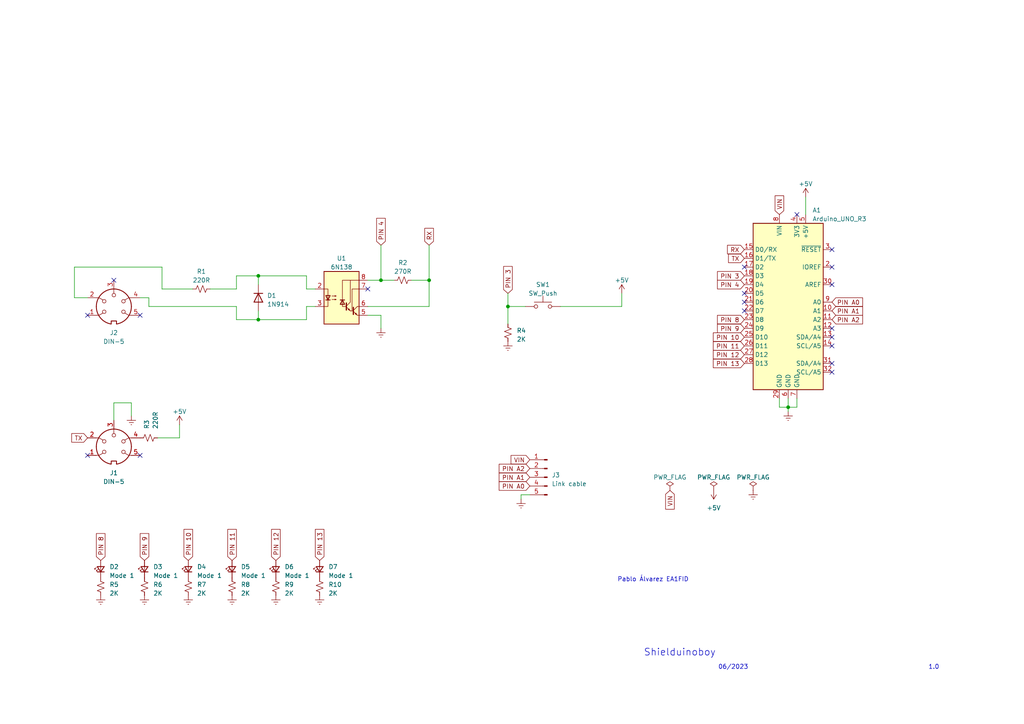
<source format=kicad_sch>
(kicad_sch (version 20230121) (generator eeschema)
  (paper "A4")
  (lib_symbols
    (symbol "2Connector:DIN-5" (pin_names (offset 1.016))
      (property "Reference" "J" (at 3.175 5.715 0))
      (property "Value" "DIN-5" (at 0 -6.35 0))
      (symbol "DIN-5_0_1"
        (arc (start -5.08 0) (mid -3.8609 -3.3364) (end -0.762 -5.08) (stroke (width 0.254)))
        (circle (center -2.794 -1.524) (radius 0.508))
        (circle (center -2.794 1.524) (radius 0.508))
        (polyline (pts (xy 0 5.08) (xy 0 3.81)))
        (polyline (pts (xy -5.08 -2.54) (xy -4.318 -2.54) (xy -3.175 -1.905)))
        (polyline (pts (xy -5.08 2.54) (xy -4.318 2.54) (xy -3.175 1.905)))
        (polyline (pts (xy 5.08 -2.54) (xy 4.318 -2.54) (xy 3.175 -1.905)))
        (polyline (pts (xy 5.08 2.54) (xy 4.318 2.54) (xy 3.175 1.905)))
        (polyline (pts (xy -0.762 -4.953) (xy -0.762 -4.191) (xy 0.762 -4.191) (xy 0.762 -4.953)) (stroke (width 0.254)))
        (circle (center 0 3.302) (radius 0.508))
        (arc (start 0.762 -5.08) (mid 3.8685 -3.343) (end 5.08 0) (stroke (width 0.254)))
        (circle (center 2.794 -1.524) (radius 0.508))
        (circle (center 2.794 1.524) (radius 0.508))
        (arc (start 5.08 0) (mid 0 5.0579) (end -5.08 0) (stroke (width 0.254)))
      )
      (symbol "DIN-5_1_1"
        (pin passive line (at -7.62 -2.54 0) (length 2.54) (name "~") (number "1"))
        (pin passive line (at -7.62 2.54 0) (length 2.54) (name "~") (number "2"))
        (pin passive line (at 0 7.62 270) (length 2.54) (name "~") (number "3"))
        (pin passive line (at 7.62 2.54 180) (length 2.54) (name "~") (number "4"))
        (pin passive line (at 7.62 -2.54 180) (length 2.54) (name "~") (number "5"))
      )
    )
    (symbol "Connector:Conn_01x05_Pin" (pin_names (offset 1.016) hide)
      (property "Reference" "J" (at 0 7.62 0))
      (property "Value" "Conn_01x05_Pin" (at 0 -7.62 0))
      (symbol "Conn_01x05_Pin_1_1"
        (polyline (pts (xy 1.27 -5.08) (xy 0.8636 -5.08)) (stroke (width 0.1524)))
        (polyline (pts (xy 1.27 -2.54) (xy 0.8636 -2.54)) (stroke (width 0.1524)))
        (polyline (pts (xy 1.27 0) (xy 0.8636 0)) (stroke (width 0.1524)))
        (polyline (pts (xy 1.27 2.54) (xy 0.8636 2.54)) (stroke (width 0.1524)))
        (polyline (pts (xy 1.27 5.08) (xy 0.8636 5.08)) (stroke (width 0.1524)))
        (rectangle (start 0.8636 -4.953) (end 0 -5.207) (stroke (width 0.1524)) (fill (type outline)))
        (rectangle (start 0.8636 -2.413) (end 0 -2.667) (stroke (width 0.1524)) (fill (type outline)))
        (rectangle (start 0.8636 0.127) (end 0 -0.127) (stroke (width 0.1524)) (fill (type outline)))
        (rectangle (start 0.8636 2.667) (end 0 2.413) (stroke (width 0.1524)) (fill (type outline)))
        (rectangle (start 0.8636 5.207) (end 0 4.953) (stroke (width 0.1524)) (fill (type outline)))
        (pin passive line (at 5.08 5.08 180) (length 3.81) (name "Pin_1") (number "1"))
        (pin passive line (at 5.08 2.54 180) (length 3.81) (name "Pin_2") (number "2"))
        (pin passive line (at 5.08 0 180) (length 3.81) (name "Pin_3") (number "3"))
        (pin passive line (at 5.08 -2.54 180) (length 3.81) (name "Pin_4") (number "4"))
        (pin passive line (at 5.08 -5.08 180) (length 3.81) (name "Pin_5") (number "5"))
      )
    )
    (symbol "Device:LED_Small" (pin_numbers hide) (pin_names (offset 0.254) hide)
      (property "Reference" "D" (at -1.27 3.175 0))
      (property "Value" "LED_Small" (at -4.445 -2.54 0))
      (symbol "LED_Small_0_1"
        (polyline (pts (xy -0.762 -1.016) (xy -0.762 1.016)) (stroke (width 0.254)))
        (polyline (pts (xy 1.016 0) (xy -0.762 0)))
        (polyline (pts (xy 0.762 -1.016) (xy -0.762 0) (xy 0.762 1.016) (xy 0.762 -1.016)) (stroke (width 0.254)))
        (polyline (pts (xy 0 0.762) (xy -0.508 1.27) (xy -0.254 1.27) (xy -0.508 1.27) (xy -0.508 1.016)))
        (polyline (pts (xy 0.508 1.27) (xy 0 1.778) (xy 0.254 1.778) (xy 0 1.778) (xy 0 1.524)))
      )
      (symbol "LED_Small_1_1"
        (pin passive line (at -2.54 0 0) (length 1.778) (name "K") (number "1"))
        (pin passive line (at 2.54 0 180) (length 1.778) (name "A") (number "2"))
      )
    )
    (symbol "Device:R_Small_US" (pin_numbers hide) (pin_names (offset 0.254) hide)
      (property "Reference" "R" (at 0.762 0.508 0))
      (property "Value" "R_Small_US" (at 0.762 -1.016 0))
      (symbol "R_Small_US_1_1"
        (polyline (pts (xy 0 0) (xy 1.016 -0.381) (xy 0 -0.762) (xy -1.016 -1.143) (xy 0 -1.524)))
        (polyline (pts (xy 0 1.524) (xy 1.016 1.143) (xy 0 0.762) (xy -1.016 0.381) (xy 0 0)))
        (pin passive line (at 0 2.54 270) (length 1.016) (name "~") (number "1"))
        (pin passive line (at 0 -2.54 90) (length 1.016) (name "~") (number "2"))
      )
    )
    (symbol "Diode:1N914" (pin_numbers hide) (pin_names hide)
      (property "Reference" "D" (at 0 2.54 0))
      (property "Value" "1N914" (at 0 -2.54 0))
      (symbol "1N914_0_1"
        (polyline (pts (xy -1.27 1.27) (xy -1.27 -1.27)) (stroke (width 0.254)))
        (polyline (pts (xy 1.27 0) (xy -1.27 0)))
        (polyline (pts (xy 1.27 1.27) (xy 1.27 -1.27) (xy -1.27 0) (xy 1.27 1.27)) (stroke (width 0.254)))
      )
      (symbol "1N914_1_1"
        (pin passive line (at -3.81 0 0) (length 2.54) (name "K") (number "1"))
        (pin passive line (at 3.81 0 180) (length 2.54) (name "A") (number "2"))
      )
    )
    (symbol "Isolator:6N138" (pin_names (offset 1.016) hide)
      (property "Reference" "U" (at -4.064 8.89 0))
      (property "Value" "6N138" (at 2.286 8.89 0))
      (symbol "6N138_0_1"
        (rectangle (start -5.08 7.62) (end 5.08 -7.62) (stroke (width 0.254)) (fill (type background)))
        (polyline (pts (xy -4.572 -0.635) (xy -3.302 -0.635)) (stroke (width 0.254)))
        (polyline (pts (xy 0.889 -0.635) (xy -0.381 -0.635)) (stroke (width 0.254)))
        (polyline (pts (xy 1.397 -2.667) (xy 2.54 -3.81)))
        (polyline (pts (xy 1.397 -2.413) (xy 2.54 -1.27)))
        (polyline (pts (xy 2.54 -3.81) (xy 3.175 -3.81)))
        (polyline (pts (xy 3.429 -3.937) (xy 4.572 -5.08)))
        (polyline (pts (xy 3.429 -3.683) (xy 4.572 -2.54)))
        (polyline (pts (xy 4.572 -5.08) (xy 5.08 -5.08)))
        (polyline (pts (xy 4.572 -2.54) (xy 5.08 -2.54)))
        (polyline (pts (xy 1.397 -1.524) (xy 1.397 -3.556) (xy 1.397 -3.556)) (stroke (width 0.3556)))
        (polyline (pts (xy 2.54 -1.27) (xy 2.54 5.08) (xy 5.08 5.08)))
        (polyline (pts (xy 3.429 -2.794) (xy 3.429 -4.826) (xy 3.429 -4.826)) (stroke (width 0.3556)))
        (polyline (pts (xy 5.08 2.54) (xy 3.048 2.54) (xy 3.048 -3.81)))
        (polyline (pts (xy -5.08 -2.54) (xy -3.937 -2.54) (xy -3.937 2.54) (xy -5.08 2.54)))
        (polyline (pts (xy -3.937 -0.635) (xy -4.572 0.635) (xy -3.302 0.635) (xy -3.937 -0.635)) (stroke (width 0.254)))
        (polyline (pts (xy 0.254 -0.635) (xy 0.889 -1.905) (xy -0.381 -1.905) (xy 0.254 -0.635)) (stroke (width 0.254)))
        (polyline (pts (xy 1.27 -2.54) (xy 0.254 -2.54) (xy 0.254 5.08) (xy 2.54 5.08)))
        (polyline (pts (xy 2.413 -3.683) (xy 2.159 -3.175) (xy 1.905 -3.429) (xy 2.413 -3.683)))
        (polyline (pts (xy 4.445 -4.953) (xy 4.191 -4.445) (xy 3.937 -4.699) (xy 4.445 -4.953)))
        (polyline (pts (xy -2.794 -0.508) (xy -1.524 -0.508) (xy -1.905 -0.635) (xy -1.905 -0.381) (xy -1.524 -0.508)))
        (polyline (pts (xy -2.794 0.508) (xy -1.524 0.508) (xy -1.905 0.381) (xy -1.905 0.635) (xy -1.524 0.508)))
      )
      (symbol "6N138_1_1"
        (pin no_connect line (at -5.08 5.08 0) (length 2.54) hide (name "NC") (number "1"))
        (pin passive line (at -7.62 2.54 0) (length 2.54) (name "C1") (number "2"))
        (pin passive line (at -7.62 -2.54 0) (length 2.54) (name "C2") (number "3"))
        (pin no_connect line (at -5.08 -5.08 0) (length 2.54) hide (name "NC") (number "4"))
        (pin passive line (at 7.62 -5.08 180) (length 2.54) (name "GND") (number "5"))
        (pin passive line (at 7.62 -2.54 180) (length 2.54) (name "VO2") (number "6"))
        (pin passive line (at 7.62 2.54 180) (length 2.54) (name "VO1") (number "7"))
        (pin passive line (at 7.62 5.08 180) (length 2.54) (name "VCC") (number "8"))
      )
    )
    (symbol "MCU_Module:Arduino_UNO_R3"
      (property "Reference" "A" (at -10.16 23.495 0))
      (property "Value" "Arduino_UNO_R3" (at 5.08 -26.67 0))
      (symbol "Arduino_UNO_R3_0_1"
        (rectangle (start -10.16 22.86) (end 10.16 -25.4) (stroke (width 0.254)) (fill (type background)))
      )
      (symbol "Arduino_UNO_R3_1_1"
        (pin no_connect line (at -10.16 -20.32 0) (length 2.54) hide (name "NC") (number "1"))
        (pin bidirectional line (at 12.7 -2.54 180) (length 2.54) (name "A1") (number "10"))
        (pin bidirectional line (at 12.7 -5.08 180) (length 2.54) (name "A2") (number "11"))
        (pin bidirectional line (at 12.7 -7.62 180) (length 2.54) (name "A3") (number "12"))
        (pin bidirectional line (at 12.7 -10.16 180) (length 2.54) (name "SDA/A4") (number "13"))
        (pin bidirectional line (at 12.7 -12.7 180) (length 2.54) (name "SCL/A5") (number "14"))
        (pin bidirectional line (at -12.7 15.24 0) (length 2.54) (name "D0/RX") (number "15"))
        (pin bidirectional line (at -12.7 12.7 0) (length 2.54) (name "D1/TX") (number "16"))
        (pin bidirectional line (at -12.7 10.16 0) (length 2.54) (name "D2") (number "17"))
        (pin bidirectional line (at -12.7 7.62 0) (length 2.54) (name "D3") (number "18"))
        (pin bidirectional line (at -12.7 5.08 0) (length 2.54) (name "D4") (number "19"))
        (pin output line (at 12.7 10.16 180) (length 2.54) (name "IOREF") (number "2"))
        (pin bidirectional line (at -12.7 2.54 0) (length 2.54) (name "D5") (number "20"))
        (pin bidirectional line (at -12.7 0 0) (length 2.54) (name "D6") (number "21"))
        (pin bidirectional line (at -12.7 -2.54 0) (length 2.54) (name "D7") (number "22"))
        (pin bidirectional line (at -12.7 -5.08 0) (length 2.54) (name "D8") (number "23"))
        (pin bidirectional line (at -12.7 -7.62 0) (length 2.54) (name "D9") (number "24"))
        (pin bidirectional line (at -12.7 -10.16 0) (length 2.54) (name "D10") (number "25"))
        (pin bidirectional line (at -12.7 -12.7 0) (length 2.54) (name "D11") (number "26"))
        (pin bidirectional line (at -12.7 -15.24 0) (length 2.54) (name "D12") (number "27"))
        (pin bidirectional line (at -12.7 -17.78 0) (length 2.54) (name "D13") (number "28"))
        (pin power_in line (at -2.54 -27.94 90) (length 2.54) (name "GND") (number "29"))
        (pin input line (at 12.7 15.24 180) (length 2.54) (name "~{RESET}") (number "3"))
        (pin input line (at 12.7 5.08 180) (length 2.54) (name "AREF") (number "30"))
        (pin bidirectional line (at 12.7 -17.78 180) (length 2.54) (name "SDA/A4") (number "31"))
        (pin bidirectional line (at 12.7 -20.32 180) (length 2.54) (name "SCL/A5") (number "32"))
        (pin power_out line (at 2.54 25.4 270) (length 2.54) (name "3V3") (number "4"))
        (pin power_out line (at 5.08 25.4 270) (length 2.54) (name "+5V") (number "5"))
        (pin power_in line (at 0 -27.94 90) (length 2.54) (name "GND") (number "6"))
        (pin power_in line (at 2.54 -27.94 90) (length 2.54) (name "GND") (number "7"))
        (pin power_in line (at -2.54 25.4 270) (length 2.54) (name "VIN") (number "8"))
        (pin bidirectional line (at 12.7 0 180) (length 2.54) (name "A0") (number "9"))
      )
    )
    (symbol "Switch:SW_Push" (pin_numbers hide) (pin_names (offset 1.016) hide)
      (property "Reference" "SW" (at 1.27 2.54 0))
      (property "Value" "SW_Push" (at 0 -1.524 0))
      (symbol "SW_Push_0_1"
        (circle (center -2.032 0) (radius 0.508))
        (polyline (pts (xy 0 1.27) (xy 0 3.048)))
        (polyline (pts (xy 2.54 1.27) (xy -2.54 1.27)))
        (circle (center 2.032 0) (radius 0.508))
        (pin passive line (at -5.08 0 0) (length 2.54) (name "1") (number "1"))
        (pin passive line (at 5.08 0 180) (length 2.54) (name "2") (number "2"))
      )
    )
    (symbol "power:+5V" (power) (pin_names (offset 0))
      (property "Value" "+5V" (at 0 3.556 0))
      (symbol "+5V_0_1"
        (polyline (pts (xy -0.762 1.27) (xy 0 2.54)))
        (polyline (pts (xy 0 0) (xy 0 2.54)))
        (polyline (pts (xy 0 2.54) (xy 0.762 1.27)))
      )
      (symbol "+5V_1_1"
        (pin power_in line (at 0 0 90) (length 0) hide (name "+5V") (number "1"))
      )
    )
    (symbol "power:Earth" (power) (pin_names (offset 0))
      (symbol "Earth_0_1"
        (polyline (pts (xy -0.635 -1.905) (xy 0.635 -1.905)))
        (polyline (pts (xy -0.127 -2.54) (xy 0.127 -2.54)))
        (polyline (pts (xy 0 -1.27) (xy 0 0)))
        (polyline (pts (xy 1.27 -1.27) (xy -1.27 -1.27)))
      )
      (symbol "Earth_1_1"
        (pin power_in line (at 0 0 270) (length 0) hide (name "Earth") (number "1"))
      )
    )
    (symbol "power:PWR_FLAG" (power) (pin_numbers hide) (pin_names (offset 0) hide)
      (property "Value" "PWR_FLAG" (at 0 3.81 0))
      (symbol "PWR_FLAG_0_0"
        (pin power_out line (at 0 0 90) (length 0) (name "pwr") (number "1"))
      )
      (symbol "PWR_FLAG_0_1"
        (polyline (pts (xy 0 0) (xy 0 1.27) (xy -1.016 1.905) (xy 0 2.54) (xy 1.016 1.905) (xy 0 1.27)))
      )
    )
  )
  (junction (at 147.32 88.9))
  (junction (at 228.6 118.11))
  (junction (at 110.49 81.28))
  (junction (at 124.46 81.28))
  (junction (at 74.93 80.01))
  (junction (at 74.93 92.71))
  (no_connect (at 215.9 85.09))
  (no_connect (at 25.4 132.08))
  (no_connect (at 241.3 105.41))
  (no_connect (at 241.3 97.79))
  (no_connect (at 106.68 83.82))
  (no_connect (at 215.9 77.47))
  (no_connect (at 241.3 95.25))
  (no_connect (at 241.3 107.95))
  (no_connect (at 241.3 82.55))
  (no_connect (at 40.64 91.44))
  (no_connect (at 241.3 72.39))
  (no_connect (at 33.02 81.28))
  (no_connect (at 215.9 87.63))
  (no_connect (at 241.3 100.33))
  (no_connect (at 241.3 77.47))
  (no_connect (at 40.64 132.08))
  (no_connect (at 25.4 91.44))
  (no_connect (at 215.9 90.17))
  (no_connect (at 231.14 62.23))
  (wire (pts (xy 147.32 85.09) (xy 147.32 88.9)))
  (wire (pts (xy 46.99 77.47) (xy 46.99 83.82)))
  (wire (pts (xy 110.49 71.12) (xy 110.49 81.28)))
  (wire (pts (xy 33.02 116.84) (xy 38.1 116.84)))
  (wire (pts (xy 226.06 115.57) (xy 226.06 118.11)))
  (wire (pts (xy 106.68 88.9) (xy 124.46 88.9)))
  (wire (pts (xy 45.72 127) (xy 52.07 127)))
  (wire (pts (xy 43.18 88.9) (xy 68.58 88.9)))
  (wire (pts (xy 52.07 123.19) (xy 52.07 127)))
  (wire (pts (xy 151.13 143.51) (xy 153.67 143.51)))
  (wire (pts (xy 226.06 118.11) (xy 228.6 118.11)))
  (wire (pts (xy 162.56 88.9) (xy 180.34 88.9)))
  (wire (pts (xy 88.9 83.82) (xy 88.9 80.01)))
  (wire (pts (xy 233.68 57.15) (xy 233.68 62.23)))
  (wire (pts (xy 124.46 71.12) (xy 124.46 81.28)))
  (wire (pts (xy 91.44 88.9) (xy 88.9 88.9)))
  (wire (pts (xy 124.46 81.28) (xy 119.38 81.28)))
  (wire (pts (xy 68.58 80.01) (xy 74.93 80.01)))
  (wire (pts (xy 151.13 143.51) (xy 151.13 144.78)))
  (wire (pts (xy 25.4 86.36) (xy 21.59 86.36)))
  (wire (pts (xy 68.58 83.82) (xy 68.58 80.01)))
  (wire (pts (xy 110.49 91.44) (xy 110.49 95.25)))
  (wire (pts (xy 21.59 86.36) (xy 21.59 77.47)))
  (wire (pts (xy 106.68 91.44) (xy 110.49 91.44)))
  (wire (pts (xy 74.93 90.17) (xy 74.93 92.71)))
  (wire (pts (xy 38.1 116.84) (xy 38.1 120.65)))
  (wire (pts (xy 21.59 77.47) (xy 46.99 77.47)))
  (wire (pts (xy 152.4 88.9) (xy 147.32 88.9)))
  (wire (pts (xy 33.02 116.84) (xy 33.02 121.92)))
  (wire (pts (xy 68.58 92.71) (xy 74.93 92.71)))
  (wire (pts (xy 88.9 80.01) (xy 74.93 80.01)))
  (wire (pts (xy 91.44 83.82) (xy 88.9 83.82)))
  (wire (pts (xy 231.14 118.11) (xy 231.14 115.57)))
  (wire (pts (xy 110.49 81.28) (xy 114.3 81.28)))
  (wire (pts (xy 46.99 83.82) (xy 55.88 83.82)))
  (wire (pts (xy 106.68 81.28) (xy 110.49 81.28)))
  (wire (pts (xy 43.18 86.36) (xy 40.64 86.36)))
  (wire (pts (xy 147.32 88.9) (xy 147.32 93.98)))
  (wire (pts (xy 228.6 118.11) (xy 231.14 118.11)))
  (wire (pts (xy 180.34 85.09) (xy 180.34 88.9)))
  (wire (pts (xy 68.58 88.9) (xy 68.58 92.71)))
  (wire (pts (xy 228.6 118.11) (xy 228.6 119.38)))
  (wire (pts (xy 124.46 88.9) (xy 124.46 81.28)))
  (wire (pts (xy 228.6 115.57) (xy 228.6 118.11)))
  (wire (pts (xy 88.9 92.71) (xy 74.93 92.71)))
  (wire (pts (xy 74.93 80.01) (xy 74.93 82.55)))
  (wire (pts (xy 43.18 88.9) (xy 43.18 86.36)))
  (wire (pts (xy 88.9 88.9) (xy 88.9 92.71)))
  (wire (pts (xy 60.96 83.82) (xy 68.58 83.82)))
  (text "1.0" (at 269.24 194.31 0) (effects (font (size 1.27 1.27)) (justify left bottom)))
  (text "Pablo Álvarez EA1FID" (at 179.07 168.91 0) (effects (font (size 1.27 1.27)) (justify left bottom)))
  (text "Shielduinoboy" (at 186.69 190.5 0) (effects (font (size 2 2)) (justify left bottom)))
  (text "06/2023" (at 208.28 194.31 0) (effects (font (size 1.27 1.27)) (justify left bottom)))
  (global_label "VIN" (shape input) (at 226.06 62.23 90) (property "Intersheetrefs" "${INTERSHEET_REFS}" (effects hide)))
  (global_label "PIN A1" (shape input) (at 153.67 138.43 180) (property "Intersheetrefs" "${INTERSHEET_REFS}" (effects hide)))
  (global_label "PIN 12" (shape input) (at 80.01 162.56 90) (property "Intersheetrefs" "${INTERSHEET_REFS}" (effects hide)))
  (global_label "PIN 11" (shape input) (at 215.9 100.33 180) (property "Intersheetrefs" "${INTERSHEET_REFS}" (effects hide)))
  (global_label "PIN A2" (shape input) (at 241.3 92.71 0) (property "Intersheetrefs" "${INTERSHEET_REFS}" (effects hide)))
  (global_label "PIN 4" (shape input) (at 215.9 82.55 180) (property "Intersheetrefs" "${INTERSHEET_REFS}" (effects hide)))
  (global_label "PIN 10" (shape input) (at 54.61 162.56 90) (property "Intersheetrefs" "${INTERSHEET_REFS}" (effects hide)))
  (global_label "VIN" (shape input) (at 194.31 142.24 270) (property "Intersheetrefs" "${INTERSHEET_REFS}" (effects hide)))
  (global_label "PIN 9" (shape input) (at 41.91 162.56 90) (property "Intersheetrefs" "${INTERSHEET_REFS}" (effects hide)))
  (global_label "TX" (shape input) (at 25.4 127 180) (property "Intersheetrefs" "${INTERSHEET_REFS}" (effects hide)))
  (global_label "PIN 10" (shape input) (at 215.9 97.79 180) (property "Intersheetrefs" "${INTERSHEET_REFS}" (effects hide)))
  (global_label "PIN 4" (shape input) (at 110.49 71.12 90) (property "Intersheetrefs" "${INTERSHEET_REFS}" (effects hide)))
  (global_label "PIN 3" (shape input) (at 147.32 85.09 90) (property "Intersheetrefs" "${INTERSHEET_REFS}" (effects hide)))
  (global_label "PIN 13" (shape input) (at 215.9 105.41 180) (property "Intersheetrefs" "${INTERSHEET_REFS}" (effects hide)))
  (global_label "PIN A2" (shape input) (at 153.67 135.89 180) (property "Intersheetrefs" "${INTERSHEET_REFS}" (effects hide)))
  (global_label "TX" (shape input) (at 215.9 74.93 180) (property "Intersheetrefs" "${INTERSHEET_REFS}" (effects hide)))
  (global_label "PIN A1" (shape input) (at 241.3 90.17 0) (property "Intersheetrefs" "${INTERSHEET_REFS}" (effects hide)))
  (global_label "RX" (shape input) (at 215.9 72.39 180) (property "Intersheetrefs" "${INTERSHEET_REFS}" (effects hide)))
  (global_label "PIN 3" (shape input) (at 215.9 80.01 180) (property "Intersheetrefs" "${INTERSHEET_REFS}" (effects hide)))
  (global_label "PIN 8" (shape input) (at 215.9 92.71 180) (property "Intersheetrefs" "${INTERSHEET_REFS}" (effects hide)))
  (global_label "PIN 8" (shape input) (at 29.21 162.56 90) (property "Intersheetrefs" "${INTERSHEET_REFS}" (effects hide)))
  (global_label "PIN 9" (shape input) (at 215.9 95.25 180) (property "Intersheetrefs" "${INTERSHEET_REFS}" (effects hide)))
  (global_label "PIN 11" (shape input) (at 67.31 162.56 90) (property "Intersheetrefs" "${INTERSHEET_REFS}" (effects hide)))
  (global_label "PIN A0" (shape input) (at 241.3 87.63 0) (property "Intersheetrefs" "${INTERSHEET_REFS}" (effects hide)))
  (global_label "RX" (shape input) (at 124.46 71.12 90) (property "Intersheetrefs" "${INTERSHEET_REFS}" (effects hide)))
  (global_label "PIN A0" (shape input) (at 153.67 140.97 180) (property "Intersheetrefs" "${INTERSHEET_REFS}" (effects hide)))
  (global_label "PIN 13" (shape input) (at 92.71 162.56 90) (property "Intersheetrefs" "${INTERSHEET_REFS}" (effects hide)))
  (global_label "VIN" (shape input) (at 153.67 133.35 180) (property "Intersheetrefs" "${INTERSHEET_REFS}" (effects hide)))
  (global_label "PIN 12" (shape input) (at 215.9 102.87 180) (property "Intersheetrefs" "${INTERSHEET_REFS}" (effects hide)))
  (symbol (lib_id "Isolator:6N138") (at 99.06 86.36 0) (unit 1)
    (property "Reference" "U1" (at 99.06 74.93 0))
    (property "Value" "6N138" (at 99.06 77.47 0))
    (property "Footprint" "Package_DIP:DIP-8_W7.62mm" (effects hide))
    (property "Datasheet" "http://www.onsemi.com/pub/Collateral/HCPL2731-D.pdf" (effects hide))
  )
  (symbol (lib_id "power:+5V") (at 52.07 123.19 0) (unit 1)
    (property "Reference" "#PWR03" (effects hide))
    (property "Value" "+5V" (at 52.07 119.38 0))
  )
  (symbol (lib_id "power:Earth") (at 38.1 120.65 0) (unit 1)
    (property "Reference" "#PWR02" (effects hide))
    (property "Value" "Earth" (effects hide))
  )
  (symbol (lib_id "Device:LED_Small") (at 92.71 165.1 90) (unit 1)
    (property "Reference" "D7" (at 95.25 164.4015 90) (effects (justify right)))
    (property "Value" "Mode 1" (at 95.25 166.9415 90) (effects (justify right)))
    (property "Footprint" "LED_THT:LED_D3.0mm" (effects hide))
  )
  (symbol (lib_id "Device:R_Small_US") (at 43.18 127 90) (unit 1)
    (property "Reference" "R3" (at 42.545 124.46 0) (effects (justify left)))
    (property "Value" "220R" (at 45.085 124.46 0) (effects (justify left)))
    (property "Footprint" "Resistor_THT:R_Axial_DIN0207_L6.3mm_D2.5mm_P7.62mm_Horizontal" (effects hide))
  )
  (symbol (lib_id "Device:R_Small_US") (at 41.91 170.18 0) (unit 1)
    (property "Reference" "R6" (at 44.45 169.545 0) (effects (justify left)))
    (property "Value" "2K" (at 44.45 172.085 0) (effects (justify left)))
    (property "Footprint" "Resistor_THT:R_Axial_DIN0207_L6.3mm_D2.5mm_P7.62mm_Horizontal" (effects hide))
  )
  (symbol (lib_id "power:Earth") (at 80.01 172.72 0) (unit 1)
    (property "Reference" "#PWR011" (effects hide))
    (property "Value" "Earth" (effects hide))
  )
  (symbol (lib_id "power:Earth") (at 29.21 172.72 0) (unit 1)
    (property "Reference" "#PWR07" (effects hide))
    (property "Value" "Earth" (effects hide))
  )
  (symbol (lib_id "Device:R_Small_US") (at 116.84 81.28 90) (unit 1)
    (property "Reference" "R2" (at 116.84 76.2 90))
    (property "Value" "270R" (at 116.84 78.74 90))
    (property "Footprint" "Resistor_THT:R_Axial_DIN0207_L6.3mm_D2.5mm_P7.62mm_Horizontal" (effects hide))
  )
  (symbol (lib_id "power:Earth") (at 92.71 172.72 0) (unit 1)
    (property "Reference" "#PWR012" (effects hide))
    (property "Value" "Earth" (effects hide))
  )
  (symbol (lib_id "power:+5V") (at 233.68 57.15 0) (unit 1)
    (property "Reference" "#PWR04" (effects hide))
    (property "Value" "+5V" (at 233.68 53.34 0))
  )
  (symbol (lib_id "power:Earth") (at 54.61 172.72 0) (unit 1)
    (property "Reference" "#PWR09" (effects hide))
    (property "Value" "Earth" (effects hide))
  )
  (symbol (lib_id "power:+5V") (at 180.34 85.09 0) (unit 1)
    (property "Reference" "#PWR06" (effects hide))
    (property "Value" "+5V" (at 180.34 81.28 0))
  )
  (symbol (lib_id "Device:LED_Small") (at 41.91 165.1 90) (unit 1)
    (property "Reference" "D3" (at 44.45 164.4015 90) (effects (justify right)))
    (property "Value" "Mode 1" (at 44.45 166.9415 90) (effects (justify right)))
    (property "Footprint" "LED_THT:LED_D3.0mm" (effects hide))
  )
  (symbol (lib_id "Device:R_Small_US") (at 92.71 170.18 0) (unit 1)
    (property "Reference" "R10" (at 95.25 169.545 0) (effects (justify left)))
    (property "Value" "2K" (at 95.25 172.085 0) (effects (justify left)))
    (property "Footprint" "Resistor_THT:R_Axial_DIN0207_L6.3mm_D2.5mm_P7.62mm_Horizontal" (effects hide))
  )
  (symbol (lib_id "power:PWR_FLAG") (at 218.44 142.24 0) (unit 1)
    (property "Reference" "#FLG02" (effects hide))
    (property "Value" "PWR_FLAG" (at 218.44 138.43 0))
  )
  (symbol (lib_id "Device:LED_Small") (at 29.21 165.1 90) (unit 1)
    (property "Reference" "D2" (at 31.75 164.4015 90) (effects (justify right)))
    (property "Value" "Mode 1" (at 31.75 166.9415 90) (effects (justify right)))
    (property "Footprint" "LED_THT:LED_D3.0mm" (effects hide))
  )
  (symbol (lib_id "Device:LED_Small") (at 54.61 165.1 90) (unit 1)
    (property "Reference" "D4" (at 57.15 164.4015 90) (effects (justify right)))
    (property "Value" "Mode 1" (at 57.15 166.9415 90) (effects (justify right)))
    (property "Footprint" "LED_THT:LED_D3.0mm" (effects hide))
  )
  (symbol (lib_id "power:Earth") (at 110.49 95.25 0) (unit 1)
    (property "Reference" "#PWR01" (effects hide))
    (property "Value" "Earth" (effects hide))
  )
  (symbol (lib_id "Device:R_Small_US") (at 58.42 83.82 90) (unit 1)
    (property "Reference" "R1" (at 58.42 78.74 90))
    (property "Value" "220R" (at 58.42 81.28 90))
    (property "Footprint" "Resistor_THT:R_Axial_DIN0207_L6.3mm_D2.5mm_P7.62mm_Horizontal" (effects hide))
  )
  (symbol (lib_id "Connector:Conn_01x05_Pin") (at 158.75 138.43 0) (mirror y) (unit 1)
    (property "Reference" "J3" (at 160.02 137.795 0) (effects (justify right)))
    (property "Value" "Link cable" (at 160.02 140.335 0) (effects (justify right)))
    (property "Footprint" "Connector_PinHeader_2.54mm:PinHeader_1x05_P2.54mm_Vertical" (effects hide))
  )
  (symbol (lib_id "Device:R_Small_US") (at 67.31 170.18 0) (unit 1)
    (property "Reference" "R8" (at 69.85 169.545 0) (effects (justify left)))
    (property "Value" "2K" (at 69.85 172.085 0) (effects (justify left)))
    (property "Footprint" "Resistor_THT:R_Axial_DIN0207_L6.3mm_D2.5mm_P7.62mm_Horizontal" (effects hide))
  )
  (symbol (lib_id "Switch:SW_Push") (at 157.48 88.9 0) (unit 1)
    (property "Reference" "SW1" (at 157.48 82.55 0))
    (property "Value" "SW_Push" (at 157.48 85.09 0))
    (property "Footprint" "Button_Switch_THT:SW_PUSH_6mm" (effects hide))
  )
  (symbol (lib_id "Device:R_Small_US") (at 29.21 170.18 0) (unit 1)
    (property "Reference" "R5" (at 31.75 169.545 0) (effects (justify left)))
    (property "Value" "2K" (at 31.75 172.085 0) (effects (justify left)))
    (property "Footprint" "Resistor_THT:R_Axial_DIN0207_L6.3mm_D2.5mm_P7.62mm_Horizontal" (effects hide))
  )
  (symbol (lib_id "MCU_Module:Arduino_UNO_R3") (at 228.6 87.63 0) (unit 1)
    (property "Reference" "A1" (at 235.6359 60.96 0) (effects (justify left)))
    (property "Value" "Arduino_UNO_R3" (at 235.6359 63.5 0) (effects (justify left)))
    (property "Footprint" "Module:Arduino_UNO_R3_WithMountingHoles" (effects hide))
    (property "Datasheet" "https://www.arduino.cc/en/Main/arduinoBoardUno" (effects hide))
  )
  (symbol (lib_id "power:Earth") (at 41.91 172.72 0) (unit 1)
    (property "Reference" "#PWR08" (effects hide))
    (property "Value" "Earth" (effects hide))
  )
  (symbol (lib_id "Device:LED_Small") (at 67.31 165.1 90) (unit 1)
    (property "Reference" "D5" (at 69.85 164.4015 90) (effects (justify right)))
    (property "Value" "Mode 1" (at 69.85 166.9415 90) (effects (justify right)))
    (property "Footprint" "LED_THT:LED_D3.0mm" (effects hide))
  )
  (symbol (lib_id "Device:R_Small_US") (at 54.61 170.18 0) (unit 1)
    (property "Reference" "R7" (at 57.15 169.545 0) (effects (justify left)))
    (property "Value" "2K" (at 57.15 172.085 0) (effects (justify left)))
    (property "Footprint" "Resistor_THT:R_Axial_DIN0207_L6.3mm_D2.5mm_P7.62mm_Horizontal" (effects hide))
  )
  (symbol (lib_id "power:Earth") (at 151.13 144.78 0) (unit 1)
    (property "Reference" "#PWR014" (effects hide))
    (property "Value" "Earth" (effects hide))
  )
  (symbol (lib_id "power:+5V") (at 207.01 142.24 180) (unit 1)
    (property "Reference" "#PWR016" (effects hide))
    (property "Value" "+5V" (at 207.01 147.32 0))
  )
  (symbol (lib_id "Device:R_Small_US") (at 80.01 170.18 0) (unit 1)
    (property "Reference" "R9" (at 82.55 169.545 0) (effects (justify left)))
    (property "Value" "2K" (at 82.55 172.085 0) (effects (justify left)))
    (property "Footprint" "Resistor_THT:R_Axial_DIN0207_L6.3mm_D2.5mm_P7.62mm_Horizontal" (effects hide))
  )
  (symbol (lib_id "2Connector:DIN-5") (at 33.02 88.9 0) (unit 1)
    (property "Reference" "J2" (at 33.025 96.52 0))
    (property "Value" "DIN-5" (at 33.025 99.06 0))
    (property "Footprint" "Eurocad:MIDI_DIN5" (effects hide))
    (property "Datasheet" "http://www.mouser.com/ds/2/18/40_c091_abd_e-75918.pdf" (effects hide))
  )
  (symbol (lib_id "Device:LED_Small") (at 80.01 165.1 90) (unit 1)
    (property "Reference" "D6" (at 82.55 164.4015 90) (effects (justify right)))
    (property "Value" "Mode 1" (at 82.55 166.9415 90) (effects (justify right)))
    (property "Footprint" "LED_THT:LED_D3.0mm" (effects hide))
  )
  (symbol (lib_id "2Connector:DIN-5") (at 33.02 129.54 0) (unit 1)
    (property "Reference" "J1" (at 33.025 137.16 0))
    (property "Value" "DIN-5" (at 33.025 139.7 0))
    (property "Footprint" "Eurocad:MIDI_DIN5" (effects hide))
    (property "Datasheet" "http://www.mouser.com/ds/2/18/40_c091_abd_e-75918.pdf" (effects hide))
  )
  (symbol (lib_id "power:PWR_FLAG") (at 207.01 142.24 0) (unit 1)
    (property "Reference" "#FLG01" (effects hide))
    (property "Value" "PWR_FLAG" (at 207.01 138.43 0))
  )
  (symbol (lib_id "Device:R_Small_US") (at 147.32 96.52 0) (unit 1)
    (property "Reference" "R4" (at 149.86 95.885 0) (effects (justify left)))
    (property "Value" "2K" (at 149.86 98.425 0) (effects (justify left)))
    (property "Footprint" "Resistor_THT:R_Axial_DIN0207_L6.3mm_D2.5mm_P7.62mm_Horizontal" (effects hide))
  )
  (symbol (lib_id "power:Earth") (at 218.44 142.24 0) (unit 1)
    (property "Reference" "#PWR015" (effects hide))
    (property "Value" "Earth" (effects hide))
  )
  (symbol (lib_id "power:Earth") (at 147.32 99.06 0) (unit 1)
    (property "Reference" "#PWR05" (effects hide))
    (property "Value" "Earth" (effects hide))
  )
  (symbol (lib_id "power:PWR_FLAG") (at 194.31 142.24 0) (unit 1)
    (property "Reference" "#FLG03" (effects hide))
    (property "Value" "PWR_FLAG" (at 194.31 138.43 0))
  )
  (symbol (lib_id "power:Earth") (at 67.31 172.72 0) (unit 1)
    (property "Reference" "#PWR010" (effects hide))
    (property "Value" "Earth" (effects hide))
  )
  (symbol (lib_id "power:Earth") (at 228.6 119.38 0) (unit 1)
    (property "Reference" "#PWR013" (effects hide))
    (property "Value" "Earth" (effects hide))
  )
  (symbol (lib_id "Diode:1N914") (at 74.93 86.36 270) (unit 1)
    (property "Reference" "D1" (at 77.47 85.725 90) (effects (justify left)))
    (property "Value" "1N914" (at 77.47 88.265 90) (effects (justify left)))
    (property "Footprint" "Diode_THT:D_DO-35_SOD27_P7.62mm_Horizontal" (effects hide))
    (property "Datasheet" "http://www.vishay.com/docs/85622/1n914.pdf" (effects hide))
    (property "Sim.Device" "D" (effects hide))
    (property "Sim.Pins" "1=K 2=A" (effects hide))
  )
)
</source>
